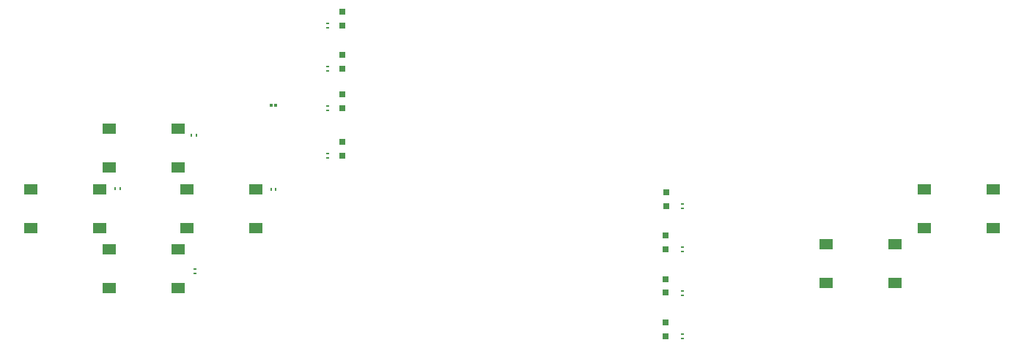
<source format=gtp>
G04 #@! TF.GenerationSoftware,KiCad,Pcbnew,(5.0.0-rc2-dev-321-g78161b592)*
G04 #@! TF.CreationDate,2018-06-20T02:06:46-06:00*
G04 #@! TF.ProjectId,dragon,647261676F6E2E6B696361645F706362,1.0*
G04 #@! TF.SameCoordinates,Original*
G04 #@! TF.FileFunction,Paste,Top*
G04 #@! TF.FilePolarity,Positive*
%FSLAX46Y46*%
G04 Gerber Fmt 4.6, Leading zero omitted, Abs format (unit mm)*
G04 Created by KiCad (PCBNEW (5.0.0-rc2-dev-321-g78161b592)) date 06/20/18 02:06:46*
%MOMM*%
%LPD*%
G01*
G04 APERTURE LIST*
%ADD10R,1.550000X1.300000*%
%ADD11R,0.300000X0.350000*%
%ADD12R,0.800000X0.800000*%
%ADD13R,0.430000X0.280000*%
%ADD14R,0.280000X0.430000*%
G04 APERTURE END LIST*
D10*
X104025000Y-85750000D03*
X111975000Y-85750000D03*
X104025000Y-90250000D03*
X111975000Y-90250000D03*
X95025000Y-78750000D03*
X102975000Y-78750000D03*
X95025000Y-83250000D03*
X102975000Y-83250000D03*
X95025000Y-92750000D03*
X102975000Y-92750000D03*
X95025000Y-97250000D03*
X102975000Y-97250000D03*
X86025000Y-85750000D03*
X93975000Y-85750000D03*
X86025000Y-90250000D03*
X93975000Y-90250000D03*
X177825000Y-92150000D03*
X185775000Y-92150000D03*
X177825000Y-96650000D03*
X185775000Y-96650000D03*
X189225000Y-85750000D03*
X197175000Y-85750000D03*
X189225000Y-90250000D03*
X197175000Y-90250000D03*
D11*
X113720000Y-76050000D03*
X114280000Y-76050000D03*
D12*
X159350000Y-102799999D03*
X159350000Y-101199999D03*
X159350000Y-96166666D03*
X159350000Y-97766666D03*
X159350000Y-91133333D03*
X159350000Y-92733333D03*
X159375000Y-87700000D03*
X159375000Y-86100000D03*
X122000000Y-81899995D03*
X122000000Y-80299995D03*
X122000000Y-74817497D03*
X122000000Y-76417497D03*
X122000000Y-70249999D03*
X122000000Y-71849999D03*
X122000000Y-65225000D03*
X122000000Y-66825000D03*
D13*
X161250000Y-103060000D03*
X161250000Y-102540000D03*
X161250000Y-97515000D03*
X161250000Y-98035000D03*
X161250000Y-93010000D03*
X161250000Y-92490000D03*
X161250000Y-87440000D03*
X161250000Y-87960000D03*
X120250000Y-82160000D03*
X120250000Y-81640000D03*
X120250000Y-76165000D03*
X120250000Y-76685000D03*
X120250000Y-71590000D03*
X120250000Y-72110000D03*
X120250000Y-67085000D03*
X120250000Y-66565000D03*
D14*
X105085000Y-79500000D03*
X104565000Y-79500000D03*
D13*
X104975000Y-94990000D03*
X104975000Y-95510000D03*
D14*
X96285000Y-85725000D03*
X95765000Y-85725000D03*
X113765000Y-85750000D03*
X114285000Y-85750000D03*
M02*

</source>
